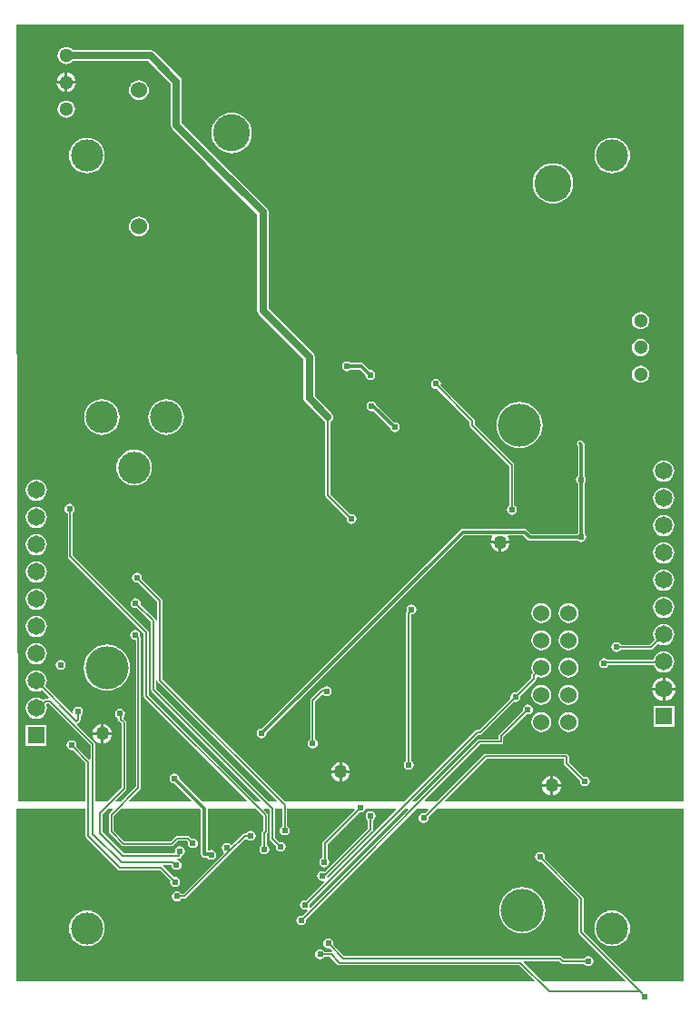
<source format=gbl>
G04*
G04 #@! TF.GenerationSoftware,Altium Limited,Altium Designer,19.1.7 (138)*
G04*
G04 Layer_Physical_Order=2*
G04 Layer_Color=16711680*
%FSLAX25Y25*%
%MOIN*%
G70*
G01*
G75*
%ADD10C,0.00787*%
%ADD81C,0.00600*%
%ADD82C,0.01181*%
%ADD84C,0.02756*%
%ADD85C,0.06000*%
%ADD86C,0.11811*%
%ADD87C,0.06024*%
%ADD88C,0.13583*%
%ADD89C,0.05118*%
%ADD90R,0.06496X0.06496*%
%ADD91C,0.06496*%
%ADD92C,0.15748*%
%ADD93C,0.02400*%
%ADD94C,0.01634*%
%ADD95C,0.05000*%
G36*
X122385Y-175000D02*
X104198D01*
X85818Y-156620D01*
Y-144400D01*
X85748Y-144049D01*
X85549Y-143751D01*
X71546Y-129748D01*
X71635Y-129300D01*
X71496Y-128598D01*
X71098Y-128002D01*
X70502Y-127604D01*
X69800Y-127465D01*
X69098Y-127604D01*
X68502Y-128002D01*
X68104Y-128598D01*
X67965Y-129300D01*
X68104Y-130002D01*
X68502Y-130598D01*
X69098Y-130996D01*
X69800Y-131135D01*
X70248Y-131046D01*
X83982Y-144780D01*
Y-157000D01*
X84052Y-157351D01*
X84251Y-157649D01*
X101140Y-174538D01*
X100949Y-175000D01*
X70798D01*
X63715Y-167918D01*
X63923Y-167418D01*
X76620D01*
X77351Y-168149D01*
X77649Y-168348D01*
X78000Y-168418D01*
X85948D01*
X86202Y-168798D01*
X86798Y-169196D01*
X87500Y-169335D01*
X88202Y-169196D01*
X88798Y-168798D01*
X89196Y-168202D01*
X89335Y-167500D01*
X89196Y-166798D01*
X88798Y-166202D01*
X88202Y-165804D01*
X87500Y-165665D01*
X86798Y-165804D01*
X86202Y-166202D01*
X85948Y-166582D01*
X78380D01*
X77649Y-165851D01*
X77351Y-165652D01*
X77000Y-165582D01*
X-2120D01*
X-6254Y-161448D01*
X-6165Y-161000D01*
X-6304Y-160298D01*
X-6702Y-159702D01*
X-7298Y-159304D01*
X-8000Y-159165D01*
X-8702Y-159304D01*
X-9298Y-159702D01*
X-9696Y-160298D01*
X-9835Y-161000D01*
X-9696Y-161702D01*
X-9298Y-162298D01*
X-8702Y-162696D01*
X-8000Y-162835D01*
X-7552Y-162746D01*
X-6657Y-163641D01*
X-6903Y-164102D01*
X-7000Y-164082D01*
X-9448D01*
X-9702Y-163702D01*
X-10298Y-163304D01*
X-11000Y-163165D01*
X-11702Y-163304D01*
X-12298Y-163702D01*
X-12696Y-164298D01*
X-12835Y-165000D01*
X-12696Y-165702D01*
X-12298Y-166298D01*
X-11702Y-166696D01*
X-11000Y-166835D01*
X-10298Y-166696D01*
X-9702Y-166298D01*
X-9448Y-165918D01*
X-7380D01*
X-4549Y-168749D01*
X-4251Y-168948D01*
X-3900Y-169018D01*
X62220D01*
X67740Y-174538D01*
X67549Y-175000D01*
X-122385D01*
Y-111500D01*
X-97018D01*
Y-121649D01*
X-96948Y-122000D01*
X-96749Y-122297D01*
X-85197Y-133849D01*
X-84900Y-134048D01*
X-84548Y-134118D01*
X-69778D01*
X-65948Y-137947D01*
X-66038Y-138396D01*
X-65898Y-139098D01*
X-65500Y-139693D01*
X-64905Y-140091D01*
X-64202Y-140231D01*
X-63500Y-140091D01*
X-62905Y-139693D01*
X-62507Y-139098D01*
X-62367Y-138396D01*
X-62507Y-137693D01*
X-62905Y-137098D01*
X-63500Y-136700D01*
X-64202Y-136560D01*
X-64651Y-136650D01*
X-68582Y-132718D01*
X-68375Y-132218D01*
X-65512D01*
X-65396Y-132802D01*
X-64998Y-133398D01*
X-64402Y-133796D01*
X-63700Y-133935D01*
X-62998Y-133796D01*
X-62402Y-133398D01*
X-62004Y-132802D01*
X-61865Y-132100D01*
X-62004Y-131398D01*
X-62402Y-130802D01*
X-62998Y-130404D01*
X-63434Y-130318D01*
X-63385Y-129818D01*
X-62852D01*
X-62500Y-129748D01*
X-62203Y-129549D01*
X-62196Y-129542D01*
X-61997Y-129244D01*
X-61933Y-128922D01*
X-61798Y-128896D01*
X-61202Y-128498D01*
X-60804Y-127902D01*
X-60665Y-127200D01*
X-60804Y-126498D01*
X-61202Y-125902D01*
X-61798Y-125504D01*
X-62500Y-125365D01*
X-63202Y-125504D01*
X-63798Y-125902D01*
X-64196Y-126498D01*
X-64335Y-127200D01*
X-64279Y-127482D01*
X-64689Y-127982D01*
X-83020D01*
X-90982Y-120020D01*
Y-113480D01*
X-89002Y-111500D01*
X-87251D01*
X-87060Y-111962D01*
X-88249Y-113151D01*
X-88448Y-113449D01*
X-88518Y-113800D01*
Y-119900D01*
X-88448Y-120251D01*
X-88249Y-120549D01*
X-83749Y-125049D01*
X-83451Y-125248D01*
X-83100Y-125318D01*
X-65400D01*
X-65049Y-125248D01*
X-64751Y-125049D01*
X-63020Y-123318D01*
X-59980D01*
X-59479Y-123819D01*
X-59535Y-124100D01*
X-59396Y-124802D01*
X-58998Y-125398D01*
X-58402Y-125796D01*
X-57700Y-125935D01*
X-56998Y-125796D01*
X-56402Y-125398D01*
X-56004Y-124802D01*
X-55865Y-124100D01*
X-56004Y-123398D01*
X-56402Y-122802D01*
X-56998Y-122404D01*
X-57700Y-122265D01*
X-58315Y-122387D01*
X-58951Y-121751D01*
X-59249Y-121552D01*
X-59600Y-121482D01*
X-63400D01*
X-63751Y-121552D01*
X-64049Y-121751D01*
X-65780Y-123482D01*
X-82720D01*
X-86682Y-119520D01*
Y-114180D01*
X-84002Y-111500D01*
X-55217D01*
X-54714Y-112003D01*
Y-128308D01*
X-54621Y-128773D01*
X-54358Y-129166D01*
X-53965Y-129430D01*
X-53500Y-129522D01*
X-52482D01*
X-52298Y-129798D01*
X-51702Y-130196D01*
X-51000Y-130335D01*
X-50298Y-130196D01*
X-49702Y-129798D01*
X-49304Y-129202D01*
X-49165Y-128500D01*
X-49304Y-127798D01*
X-49702Y-127202D01*
X-50298Y-126804D01*
X-51000Y-126665D01*
X-51702Y-126804D01*
X-51786Y-126860D01*
X-52286Y-126593D01*
Y-111500D01*
X-52286Y-111500D01*
X-34798D01*
X-31918Y-114380D01*
Y-119620D01*
X-32149Y-119851D01*
X-32348Y-120149D01*
X-32418Y-120500D01*
Y-124948D01*
X-32798Y-125202D01*
X-33196Y-125798D01*
X-33335Y-126500D01*
X-33196Y-127202D01*
X-32798Y-127798D01*
X-32202Y-128196D01*
X-31500Y-128335D01*
X-30798Y-128196D01*
X-30202Y-127798D01*
X-29804Y-127202D01*
X-29665Y-126500D01*
X-29804Y-125798D01*
X-30202Y-125202D01*
X-30582Y-124948D01*
Y-120880D01*
X-30351Y-120649D01*
X-30152Y-120351D01*
X-30082Y-120000D01*
Y-114000D01*
X-30152Y-113649D01*
X-30351Y-113351D01*
X-31740Y-111962D01*
X-31549Y-111500D01*
X-29798D01*
X-29418Y-111880D01*
Y-122500D01*
X-29348Y-122851D01*
X-29149Y-123149D01*
X-27246Y-125052D01*
X-27335Y-125500D01*
X-27196Y-126202D01*
X-26798Y-126798D01*
X-26202Y-127196D01*
X-25500Y-127335D01*
X-24798Y-127196D01*
X-24202Y-126798D01*
X-23804Y-126202D01*
X-23665Y-125500D01*
X-23804Y-124798D01*
X-24202Y-124202D01*
X-24798Y-123804D01*
X-25500Y-123665D01*
X-25948Y-123754D01*
X-27582Y-122120D01*
Y-111500D01*
X-24918D01*
Y-117948D01*
X-25298Y-118202D01*
X-25696Y-118798D01*
X-25835Y-119500D01*
X-25696Y-120202D01*
X-25298Y-120798D01*
X-24702Y-121196D01*
X-24000Y-121335D01*
X-23298Y-121196D01*
X-22702Y-120798D01*
X-22304Y-120202D01*
X-22165Y-119500D01*
X-22304Y-118798D01*
X-22702Y-118202D01*
X-23082Y-117948D01*
Y-111500D01*
X1460D01*
X1667Y-112000D01*
X-9916Y-123584D01*
X-10136Y-123912D01*
X-10213Y-124300D01*
Y-129612D01*
X-10798Y-130002D01*
X-11196Y-130598D01*
X-11335Y-131300D01*
X-11196Y-132002D01*
X-10798Y-132598D01*
X-10202Y-132996D01*
X-9500Y-133135D01*
X-8798Y-132996D01*
X-8202Y-132598D01*
X-7804Y-132002D01*
X-7665Y-131300D01*
X-7804Y-130598D01*
X-8187Y-130025D01*
Y-124720D01*
X3564Y-112969D01*
X3900Y-113035D01*
X4602Y-112896D01*
X5198Y-112498D01*
X5596Y-111902D01*
X5676Y-111500D01*
X16748D01*
X16940Y-111962D01*
X-7886Y-136788D01*
X-8393Y-136587D01*
X-8401Y-136299D01*
X8149Y-119749D01*
X8348Y-119451D01*
X8418Y-119100D01*
Y-115852D01*
X8798Y-115598D01*
X9196Y-115002D01*
X9335Y-114300D01*
X9196Y-113598D01*
X8798Y-113002D01*
X8202Y-112604D01*
X7500Y-112465D01*
X6798Y-112604D01*
X6202Y-113002D01*
X5804Y-113598D01*
X5665Y-114300D01*
X5804Y-115002D01*
X6202Y-115598D01*
X6582Y-115852D01*
Y-118720D01*
X-9420Y-134723D01*
X-9598Y-134604D01*
X-10300Y-134465D01*
X-11002Y-134604D01*
X-11598Y-135002D01*
X-11996Y-135598D01*
X-12135Y-136300D01*
X-11996Y-137002D01*
X-11598Y-137598D01*
X-11002Y-137996D01*
X-10300Y-138135D01*
X-9852Y-138046D01*
X-9605Y-138507D01*
X-16183Y-145085D01*
X-16632Y-144996D01*
X-17334Y-145135D01*
X-17929Y-145533D01*
X-18327Y-146129D01*
X-18467Y-146831D01*
X-18327Y-147533D01*
X-17929Y-148129D01*
X-17334Y-148526D01*
X-16632Y-148666D01*
X-15929Y-148526D01*
X-15617Y-148919D01*
X-17452Y-150754D01*
X-17900Y-150665D01*
X-18602Y-150804D01*
X-19198Y-151202D01*
X-19596Y-151798D01*
X-19735Y-152500D01*
X-19596Y-153202D01*
X-19198Y-153798D01*
X-18602Y-154196D01*
X-17900Y-154335D01*
X-17198Y-154196D01*
X-16602Y-153798D01*
X-16204Y-153202D01*
X-16065Y-152500D01*
X-16154Y-152052D01*
X24398Y-111500D01*
X28549D01*
X28740Y-111962D01*
X27448Y-113254D01*
X27000Y-113165D01*
X26298Y-113304D01*
X25702Y-113702D01*
X25304Y-114298D01*
X25165Y-115000D01*
X25304Y-115702D01*
X25702Y-116298D01*
X26298Y-116696D01*
X27000Y-116835D01*
X27702Y-116696D01*
X28298Y-116298D01*
X28696Y-115702D01*
X28835Y-115000D01*
X28746Y-114552D01*
X31798Y-111500D01*
X122385D01*
Y-175000D01*
D02*
G37*
G36*
X21340Y-111962D02*
X-14544Y-147846D01*
X-14936Y-147533D01*
X-14796Y-146831D01*
X-14886Y-146382D01*
X19997Y-111500D01*
X21149D01*
X21340Y-111962D01*
D02*
G37*
G36*
X122385Y-109000D02*
X34951D01*
X34760Y-108538D01*
X50080Y-93218D01*
X78582D01*
Y-94800D01*
X78652Y-95151D01*
X78851Y-95449D01*
X84454Y-101052D01*
X84365Y-101500D01*
X84504Y-102202D01*
X84902Y-102798D01*
X85498Y-103196D01*
X86200Y-103335D01*
X86902Y-103196D01*
X87498Y-102798D01*
X87896Y-102202D01*
X88035Y-101500D01*
X87896Y-100798D01*
X87498Y-100202D01*
X86902Y-99804D01*
X86200Y-99665D01*
X85752Y-99754D01*
X80418Y-94420D01*
Y-92651D01*
X80348Y-92300D01*
X80149Y-92003D01*
X79797Y-91651D01*
X79500Y-91452D01*
X79149Y-91382D01*
X49700D01*
X49349Y-91452D01*
X49051Y-91651D01*
X31702Y-109000D01*
X27551D01*
X27360Y-108538D01*
X47980Y-87918D01*
X55400D01*
X55751Y-87848D01*
X56049Y-87649D01*
X56248Y-87351D01*
X56318Y-87000D01*
Y-85280D01*
X57850Y-83748D01*
X57851Y-83748D01*
X58149Y-83549D01*
X64852Y-76846D01*
X65300Y-76935D01*
X66002Y-76796D01*
X66598Y-76398D01*
X66996Y-75802D01*
X67135Y-75100D01*
X66996Y-74398D01*
X66598Y-73802D01*
X66002Y-73404D01*
X65300Y-73265D01*
X64598Y-73404D01*
X64002Y-73802D01*
X63604Y-74398D01*
X63465Y-75100D01*
X63554Y-75548D01*
X57050Y-82052D01*
X57049Y-82052D01*
X56751Y-82251D01*
X54751Y-84251D01*
X54552Y-84549D01*
X54482Y-84900D01*
Y-86082D01*
X47600D01*
X47249Y-86152D01*
X46951Y-86351D01*
X24302Y-109000D01*
X23150D01*
X22959Y-108538D01*
X47079Y-84418D01*
X47800D01*
X48151Y-84348D01*
X48449Y-84149D01*
X60252Y-72346D01*
X60700Y-72435D01*
X61402Y-72296D01*
X61998Y-71898D01*
X62396Y-71302D01*
X62535Y-70600D01*
X62446Y-70152D01*
X68091Y-64507D01*
X68290Y-64209D01*
X68360Y-63858D01*
Y-63476D01*
X68860Y-63142D01*
X69260Y-63307D01*
X70200Y-63431D01*
X71140Y-63307D01*
X72016Y-62945D01*
X72768Y-62368D01*
X73345Y-61616D01*
X73707Y-60740D01*
X73831Y-59800D01*
X73707Y-58860D01*
X73345Y-57985D01*
X72768Y-57232D01*
X72016Y-56655D01*
X71140Y-56293D01*
X70200Y-56169D01*
X69260Y-56293D01*
X68384Y-56655D01*
X67632Y-57232D01*
X67055Y-57985D01*
X66693Y-58860D01*
X66569Y-59800D01*
X66693Y-60740D01*
X67055Y-61616D01*
X67069Y-61633D01*
X66793Y-61909D01*
X66594Y-62207D01*
X66525Y-62558D01*
Y-63478D01*
X61148Y-68854D01*
X60700Y-68765D01*
X59998Y-68904D01*
X59402Y-69302D01*
X59004Y-69898D01*
X58865Y-70600D01*
X58954Y-71048D01*
X47420Y-82582D01*
X46699D01*
X46348Y-82652D01*
X46051Y-82851D01*
X19902Y-109000D01*
X-23902D01*
X-68882Y-64020D01*
Y-35300D01*
X-68952Y-34949D01*
X-69151Y-34651D01*
X-76554Y-27248D01*
X-76465Y-26800D01*
X-76604Y-26098D01*
X-77002Y-25502D01*
X-77598Y-25104D01*
X-78300Y-24965D01*
X-79002Y-25104D01*
X-79598Y-25502D01*
X-79996Y-26098D01*
X-80135Y-26800D01*
X-79996Y-27502D01*
X-79598Y-28098D01*
X-79002Y-28496D01*
X-78300Y-28635D01*
X-77852Y-28546D01*
X-70718Y-35680D01*
Y-42474D01*
X-71218Y-42523D01*
X-71252Y-42349D01*
X-71451Y-42051D01*
X-76954Y-36548D01*
X-76865Y-36100D01*
X-77004Y-35398D01*
X-77402Y-34802D01*
X-77998Y-34404D01*
X-78700Y-34265D01*
X-79402Y-34404D01*
X-79998Y-34802D01*
X-80396Y-35398D01*
X-80535Y-36100D01*
X-80396Y-36802D01*
X-79998Y-37398D01*
X-79402Y-37796D01*
X-78700Y-37935D01*
X-78252Y-37846D01*
X-73018Y-43080D01*
Y-67900D01*
X-72948Y-68251D01*
X-72749Y-68549D01*
X-32760Y-108538D01*
X-32951Y-109000D01*
X-34702D01*
X-73882Y-69820D01*
Y-46800D01*
X-73952Y-46449D01*
X-74151Y-46151D01*
X-101834Y-18468D01*
Y-2886D01*
X-101702Y-2798D01*
X-101304Y-2202D01*
X-101165Y-1500D01*
X-101304Y-798D01*
X-101702Y-202D01*
X-102298Y196D01*
X-103000Y335D01*
X-103702Y196D01*
X-104298Y-202D01*
X-104696Y-798D01*
X-104835Y-1500D01*
X-104696Y-2202D01*
X-104298Y-2798D01*
X-103702Y-3196D01*
X-103669Y-3202D01*
Y-18848D01*
X-103599Y-19200D01*
X-103400Y-19497D01*
X-75718Y-47180D01*
Y-70200D01*
X-75648Y-70551D01*
X-75449Y-70849D01*
X-37760Y-108538D01*
X-37951Y-109000D01*
X-54283D01*
X-62684Y-100599D01*
X-62665Y-100500D01*
X-62804Y-99798D01*
X-63202Y-99202D01*
X-63798Y-98804D01*
X-64500Y-98665D01*
X-65202Y-98804D01*
X-65798Y-99202D01*
X-66196Y-99798D01*
X-66335Y-100500D01*
X-66196Y-101202D01*
X-65798Y-101798D01*
X-65202Y-102196D01*
X-64500Y-102335D01*
X-64401Y-102316D01*
X-58179Y-108538D01*
X-58370Y-109000D01*
X-80849D01*
X-81040Y-108538D01*
X-77051Y-104549D01*
X-76852Y-104251D01*
X-76782Y-103900D01*
Y-49000D01*
X-76852Y-48649D01*
X-77051Y-48351D01*
X-77154Y-48248D01*
X-77065Y-47800D01*
X-77204Y-47098D01*
X-77602Y-46502D01*
X-78198Y-46104D01*
X-78900Y-45965D01*
X-79602Y-46104D01*
X-80198Y-46502D01*
X-80596Y-47098D01*
X-80735Y-47800D01*
X-80596Y-48502D01*
X-80198Y-49098D01*
X-79602Y-49496D01*
X-78900Y-49635D01*
X-78618Y-49867D01*
Y-103520D01*
X-84098Y-109000D01*
X-85849D01*
X-86040Y-108538D01*
X-82351Y-104849D01*
X-82152Y-104551D01*
X-82082Y-104200D01*
Y-80000D01*
X-82152Y-79649D01*
X-82351Y-79351D01*
X-83197Y-78505D01*
X-83202Y-77998D01*
X-82804Y-77402D01*
X-82665Y-76700D01*
X-82804Y-75998D01*
X-83202Y-75402D01*
X-83798Y-75004D01*
X-84500Y-74865D01*
X-85202Y-75004D01*
X-85798Y-75402D01*
X-86196Y-75998D01*
X-86335Y-76700D01*
X-86196Y-77402D01*
X-85798Y-77998D01*
X-85202Y-78396D01*
X-85118Y-78412D01*
Y-78800D01*
X-85048Y-79151D01*
X-84849Y-79449D01*
X-83918Y-80380D01*
Y-103820D01*
X-89098Y-109000D01*
X-93482D01*
Y-87900D01*
X-93552Y-87549D01*
X-93751Y-87251D01*
X-100229Y-80774D01*
X-100173Y-80405D01*
X-100088Y-80207D01*
X-99851Y-80049D01*
X-99251Y-79449D01*
X-99052Y-79151D01*
X-98982Y-78800D01*
Y-77552D01*
X-98602Y-77298D01*
X-98204Y-76702D01*
X-98065Y-76000D01*
X-98204Y-75298D01*
X-98602Y-74702D01*
X-99198Y-74304D01*
X-99900Y-74165D01*
X-100602Y-74304D01*
X-101198Y-74702D01*
X-101596Y-75298D01*
X-101735Y-76000D01*
X-101696Y-76200D01*
X-102156Y-76446D01*
X-111892Y-66710D01*
X-111839Y-66641D01*
X-111451Y-65705D01*
X-111319Y-64700D01*
X-111451Y-63696D01*
X-111839Y-62759D01*
X-112456Y-61956D01*
X-113259Y-61339D01*
X-114196Y-60951D01*
X-115200Y-60819D01*
X-116205Y-60951D01*
X-117141Y-61339D01*
X-117944Y-61956D01*
X-118561Y-62759D01*
X-118949Y-63696D01*
X-119081Y-64700D01*
X-118949Y-65705D01*
X-118561Y-66641D01*
X-117944Y-67444D01*
X-117141Y-68061D01*
X-116205Y-68449D01*
X-115200Y-68581D01*
X-114196Y-68449D01*
X-113259Y-68061D01*
X-113190Y-68008D01*
X-110515Y-70682D01*
X-110722Y-71182D01*
X-111934D01*
X-112285Y-71252D01*
X-112583Y-71451D01*
X-112813Y-71681D01*
X-113259Y-71339D01*
X-114196Y-70951D01*
X-115200Y-70819D01*
X-116205Y-70951D01*
X-117141Y-71339D01*
X-117944Y-71956D01*
X-118561Y-72759D01*
X-118949Y-73695D01*
X-119081Y-74700D01*
X-118949Y-75704D01*
X-118561Y-76641D01*
X-117944Y-77444D01*
X-117141Y-78061D01*
X-116205Y-78449D01*
X-115200Y-78581D01*
X-114196Y-78449D01*
X-113259Y-78061D01*
X-112456Y-77444D01*
X-111839Y-76641D01*
X-111451Y-75704D01*
X-111319Y-74700D01*
X-111451Y-73695D01*
X-111525Y-73518D01*
X-111191Y-73018D01*
X-110580D01*
X-95318Y-88280D01*
Y-93177D01*
X-95818Y-93385D01*
X-100454Y-88748D01*
X-100365Y-88300D01*
X-100504Y-87598D01*
X-100902Y-87002D01*
X-101498Y-86604D01*
X-102200Y-86465D01*
X-102902Y-86604D01*
X-103498Y-87002D01*
X-103896Y-87598D01*
X-104035Y-88300D01*
X-103896Y-89002D01*
X-103498Y-89598D01*
X-102902Y-89996D01*
X-102200Y-90135D01*
X-101752Y-90046D01*
X-97018Y-94780D01*
Y-109000D01*
X-122000D01*
X-122385Y110336D01*
Y176200D01*
X122385D01*
Y-109000D01*
D02*
G37*
G36*
X-70648Y-64751D02*
X-70449Y-65049D01*
X-26960Y-108538D01*
X-27151Y-109000D01*
X-29702D01*
X-71182Y-67520D01*
Y-64626D01*
X-70682Y-64577D01*
X-70648Y-64751D01*
D02*
G37*
%LPC*%
G36*
X-36500Y-119665D02*
X-37202Y-119804D01*
X-37798Y-120202D01*
X-38052Y-120582D01*
X-38600D01*
X-38951Y-120652D01*
X-39249Y-120851D01*
X-43362Y-124964D01*
X-43860Y-124916D01*
X-44002Y-124702D01*
X-44598Y-124304D01*
X-45300Y-124165D01*
X-46002Y-124304D01*
X-46598Y-124702D01*
X-46996Y-125298D01*
X-47135Y-126000D01*
X-46996Y-126702D01*
X-46598Y-127298D01*
X-46385Y-127440D01*
X-46336Y-127938D01*
X-61180Y-142782D01*
X-62048D01*
X-62302Y-142402D01*
X-62898Y-142004D01*
X-63600Y-141865D01*
X-64302Y-142004D01*
X-64898Y-142402D01*
X-65296Y-142998D01*
X-65435Y-143700D01*
X-65296Y-144402D01*
X-64898Y-144998D01*
X-64302Y-145396D01*
X-63600Y-145535D01*
X-62898Y-145396D01*
X-62302Y-144998D01*
X-62048Y-144618D01*
X-60800D01*
X-60449Y-144548D01*
X-60151Y-144349D01*
X-43701Y-127899D01*
X-38472Y-122670D01*
X-37847Y-122724D01*
X-37798Y-122798D01*
X-37202Y-123196D01*
X-36500Y-123335D01*
X-35798Y-123196D01*
X-35202Y-122798D01*
X-34804Y-122202D01*
X-34665Y-121500D01*
X-34804Y-120798D01*
X-35202Y-120202D01*
X-35798Y-119804D01*
X-36500Y-119665D01*
D02*
G37*
G36*
X63200Y-140285D02*
X61539Y-140449D01*
X59941Y-140933D01*
X58469Y-141720D01*
X57179Y-142779D01*
X56120Y-144069D01*
X55333Y-145542D01*
X54849Y-147139D01*
X54685Y-148800D01*
X54849Y-150461D01*
X55333Y-152058D01*
X56120Y-153531D01*
X57179Y-154821D01*
X58469Y-155880D01*
X59941Y-156667D01*
X61539Y-157151D01*
X63200Y-157315D01*
X64861Y-157151D01*
X66459Y-156667D01*
X67931Y-155880D01*
X69221Y-154821D01*
X70280Y-153531D01*
X71067Y-152058D01*
X71551Y-150461D01*
X71715Y-148800D01*
X71551Y-147139D01*
X71067Y-145542D01*
X70280Y-144069D01*
X69221Y-142779D01*
X67931Y-141720D01*
X66459Y-140933D01*
X64861Y-140449D01*
X63200Y-140285D01*
D02*
G37*
G36*
X96268Y-148913D02*
X94992Y-149038D01*
X93766Y-149410D01*
X92636Y-150014D01*
X91645Y-150827D01*
X90832Y-151818D01*
X90228Y-152948D01*
X89856Y-154174D01*
X89731Y-155450D01*
X89856Y-156725D01*
X90228Y-157951D01*
X90832Y-159081D01*
X91645Y-160072D01*
X92636Y-160885D01*
X93766Y-161489D01*
X94992Y-161861D01*
X96268Y-161987D01*
X97543Y-161861D01*
X98769Y-161489D01*
X99900Y-160885D01*
X100890Y-160072D01*
X101703Y-159081D01*
X102307Y-157951D01*
X102679Y-156725D01*
X102805Y-155450D01*
X102679Y-154174D01*
X102307Y-152948D01*
X101703Y-151818D01*
X100890Y-150827D01*
X99900Y-150014D01*
X98769Y-149410D01*
X97543Y-149038D01*
X96268Y-148913D01*
D02*
G37*
G36*
X-96606D02*
X-97882Y-149038D01*
X-99108Y-149410D01*
X-100238Y-150014D01*
X-101229Y-150827D01*
X-102042Y-151818D01*
X-102646Y-152948D01*
X-103018Y-154174D01*
X-103143Y-155450D01*
X-103018Y-156725D01*
X-102646Y-157951D01*
X-102042Y-159081D01*
X-101229Y-160072D01*
X-100238Y-160885D01*
X-99108Y-161489D01*
X-97882Y-161861D01*
X-96606Y-161987D01*
X-95331Y-161861D01*
X-94105Y-161489D01*
X-92975Y-160885D01*
X-91984Y-160072D01*
X-91171Y-159081D01*
X-90567Y-157951D01*
X-90195Y-156725D01*
X-90069Y-155450D01*
X-90195Y-154174D01*
X-90567Y-152948D01*
X-91171Y-151818D01*
X-91984Y-150827D01*
X-92975Y-150014D01*
X-94105Y-149410D01*
X-95331Y-149038D01*
X-96606Y-148913D01*
D02*
G37*
G36*
X-103679Y158424D02*
Y155400D01*
X-100655D01*
X-100711Y155829D01*
X-101070Y156695D01*
X-101640Y157438D01*
X-102384Y158009D01*
X-103250Y158368D01*
X-103679Y158424D01*
D02*
G37*
G36*
X-104679D02*
X-105108Y158368D01*
X-105974Y158009D01*
X-106717Y157438D01*
X-107288Y156695D01*
X-107646Y155829D01*
X-107703Y155400D01*
X-104679D01*
Y158424D01*
D02*
G37*
G36*
X-100655Y154400D02*
X-103679D01*
Y151376D01*
X-103250Y151433D01*
X-102384Y151791D01*
X-101640Y152362D01*
X-101070Y153105D01*
X-100711Y153971D01*
X-100655Y154400D01*
D02*
G37*
G36*
X-104679D02*
X-107703D01*
X-107646Y153971D01*
X-107288Y153105D01*
X-106717Y152362D01*
X-105974Y151791D01*
X-105108Y151433D01*
X-104679Y151376D01*
Y154400D01*
D02*
G37*
G36*
X-77512Y155743D02*
X-78455Y155619D01*
X-79333Y155255D01*
X-80088Y154676D01*
X-80667Y153921D01*
X-81031Y153043D01*
X-81155Y152100D01*
X-81031Y151157D01*
X-80667Y150279D01*
X-80088Y149524D01*
X-79333Y148945D01*
X-78455Y148581D01*
X-77512Y148457D01*
X-76569Y148581D01*
X-75690Y148945D01*
X-74936Y149524D01*
X-74357Y150279D01*
X-73993Y151157D01*
X-73869Y152100D01*
X-73993Y153043D01*
X-74357Y153921D01*
X-74936Y154676D01*
X-75690Y155255D01*
X-76569Y155619D01*
X-77512Y155743D01*
D02*
G37*
G36*
X-104179Y148244D02*
X-105003Y148135D01*
X-105772Y147817D01*
X-106432Y147311D01*
X-106938Y146651D01*
X-107256Y145882D01*
X-107365Y145057D01*
X-107256Y144233D01*
X-106938Y143464D01*
X-106432Y142804D01*
X-105772Y142298D01*
X-105003Y141980D01*
X-104179Y141871D01*
X-103354Y141980D01*
X-102586Y142298D01*
X-101926Y142804D01*
X-101419Y143464D01*
X-101101Y144233D01*
X-100992Y145057D01*
X-101101Y145882D01*
X-101419Y146651D01*
X-101926Y147311D01*
X-102586Y147817D01*
X-103354Y148135D01*
X-104179Y148244D01*
D02*
G37*
G36*
X-43496Y143779D02*
X-44945Y143636D01*
X-46338Y143214D01*
X-47622Y142527D01*
X-48748Y141604D01*
X-49672Y140478D01*
X-50358Y139194D01*
X-50780Y137801D01*
X-50923Y136352D01*
X-50780Y134903D01*
X-50358Y133510D01*
X-49672Y132226D01*
X-48748Y131100D01*
X-47622Y130177D01*
X-46338Y129490D01*
X-44945Y129068D01*
X-43496Y128925D01*
X-42047Y129068D01*
X-40654Y129490D01*
X-39370Y130177D01*
X-38244Y131100D01*
X-37321Y132226D01*
X-36634Y133510D01*
X-36212Y134903D01*
X-36069Y136352D01*
X-36212Y137801D01*
X-36634Y139194D01*
X-37321Y140478D01*
X-38244Y141604D01*
X-39370Y142527D01*
X-40654Y143214D01*
X-42047Y143636D01*
X-43496Y143779D01*
D02*
G37*
G36*
X96268Y134587D02*
X94992Y134462D01*
X93766Y134090D01*
X92636Y133486D01*
X91645Y132673D01*
X90832Y131682D01*
X90228Y130552D01*
X89856Y129326D01*
X89731Y128050D01*
X89856Y126775D01*
X90228Y125549D01*
X90832Y124419D01*
X91645Y123428D01*
X92636Y122615D01*
X93766Y122011D01*
X94992Y121639D01*
X96268Y121513D01*
X97543Y121639D01*
X98769Y122011D01*
X99900Y122615D01*
X100890Y123428D01*
X101703Y124419D01*
X102307Y125549D01*
X102679Y126775D01*
X102805Y128050D01*
X102679Y129326D01*
X102307Y130552D01*
X101703Y131682D01*
X100890Y132673D01*
X99900Y133486D01*
X98769Y134090D01*
X97543Y134462D01*
X96268Y134587D01*
D02*
G37*
G36*
X-96606D02*
X-97882Y134462D01*
X-99108Y134090D01*
X-100238Y133486D01*
X-101229Y132673D01*
X-102042Y131682D01*
X-102646Y130552D01*
X-103018Y129326D01*
X-103143Y128050D01*
X-103018Y126775D01*
X-102646Y125549D01*
X-102042Y124419D01*
X-101229Y123428D01*
X-100238Y122615D01*
X-99108Y122011D01*
X-97882Y121639D01*
X-96606Y121513D01*
X-95331Y121639D01*
X-94105Y122011D01*
X-92975Y122615D01*
X-91984Y123428D01*
X-91171Y124419D01*
X-90567Y125549D01*
X-90195Y126775D01*
X-90069Y128050D01*
X-90195Y129326D01*
X-90567Y130552D01*
X-91171Y131682D01*
X-91984Y132673D01*
X-92975Y133486D01*
X-94105Y134090D01*
X-95331Y134462D01*
X-96606Y134587D01*
D02*
G37*
G36*
X74496Y125275D02*
X73047Y125132D01*
X71654Y124710D01*
X70370Y124023D01*
X69244Y123100D01*
X68321Y121974D01*
X67634Y120690D01*
X67212Y119297D01*
X67069Y117848D01*
X67212Y116399D01*
X67634Y115006D01*
X68321Y113722D01*
X69244Y112596D01*
X70370Y111673D01*
X71654Y110986D01*
X73047Y110564D01*
X74496Y110421D01*
X75945Y110564D01*
X77338Y110986D01*
X78622Y111673D01*
X79748Y112596D01*
X80672Y113722D01*
X81358Y115006D01*
X81780Y116399D01*
X81923Y117848D01*
X81780Y119297D01*
X81358Y120690D01*
X80672Y121974D01*
X79748Y123100D01*
X78622Y124023D01*
X77338Y124710D01*
X75945Y125132D01*
X74496Y125275D01*
D02*
G37*
G36*
X-77512Y105743D02*
X-78455Y105619D01*
X-79333Y105255D01*
X-80088Y104676D01*
X-80667Y103921D01*
X-81031Y103043D01*
X-81155Y102100D01*
X-81031Y101157D01*
X-80667Y100279D01*
X-80088Y99524D01*
X-79333Y98945D01*
X-78455Y98581D01*
X-77512Y98457D01*
X-76569Y98581D01*
X-75690Y98945D01*
X-74936Y99524D01*
X-74357Y100279D01*
X-73993Y101157D01*
X-73869Y102100D01*
X-73993Y103043D01*
X-74357Y103921D01*
X-74936Y104676D01*
X-75690Y105255D01*
X-76569Y105619D01*
X-77512Y105743D01*
D02*
G37*
G36*
X106699Y70695D02*
X105875Y70586D01*
X105106Y70268D01*
X104446Y69762D01*
X103940Y69102D01*
X103621Y68333D01*
X103513Y67509D01*
X103621Y66684D01*
X103940Y65916D01*
X104446Y65256D01*
X105106Y64749D01*
X105875Y64431D01*
X106699Y64322D01*
X107524Y64431D01*
X108292Y64749D01*
X108952Y65256D01*
X109459Y65916D01*
X109777Y66684D01*
X109886Y67509D01*
X109777Y68333D01*
X109459Y69102D01*
X108952Y69762D01*
X108292Y70268D01*
X107524Y70586D01*
X106699Y70695D01*
D02*
G37*
G36*
Y60852D02*
X105875Y60744D01*
X105106Y60426D01*
X104446Y59919D01*
X103940Y59259D01*
X103621Y58491D01*
X103513Y57666D01*
X103621Y56841D01*
X103940Y56073D01*
X104446Y55413D01*
X105106Y54907D01*
X105875Y54588D01*
X106699Y54480D01*
X107524Y54588D01*
X108292Y54907D01*
X108952Y55413D01*
X109459Y56073D01*
X109777Y56841D01*
X109886Y57666D01*
X109777Y58491D01*
X109459Y59259D01*
X108952Y59919D01*
X108292Y60426D01*
X107524Y60744D01*
X106699Y60852D01*
D02*
G37*
G36*
X-1100Y52584D02*
X-1802Y52444D01*
X-2398Y52046D01*
X-2796Y51451D01*
X-2935Y50748D01*
X-2796Y50046D01*
X-2398Y49451D01*
X-1802Y49053D01*
X-1100Y48913D01*
X-398Y49053D01*
X198Y49451D01*
X254Y49535D01*
X3749D01*
X5584Y47699D01*
X5565Y47600D01*
X5704Y46898D01*
X6102Y46302D01*
X6698Y45904D01*
X7400Y45765D01*
X8102Y45904D01*
X8698Y46302D01*
X9096Y46898D01*
X9235Y47600D01*
X9096Y48302D01*
X8698Y48898D01*
X8102Y49296D01*
X7400Y49435D01*
X7301Y49416D01*
X5110Y51607D01*
X4716Y51870D01*
X4251Y51962D01*
X4251Y51962D01*
X254D01*
X198Y52046D01*
X-398Y52444D01*
X-1100Y52584D01*
D02*
G37*
G36*
X106699Y51010D02*
X105875Y50901D01*
X105106Y50583D01*
X104446Y50077D01*
X103940Y49417D01*
X103621Y48648D01*
X103513Y47824D01*
X103621Y46999D01*
X103940Y46231D01*
X104446Y45571D01*
X105106Y45064D01*
X105875Y44746D01*
X106699Y44637D01*
X107524Y44746D01*
X108292Y45064D01*
X108952Y45571D01*
X109459Y46231D01*
X109777Y46999D01*
X109886Y47824D01*
X109777Y48648D01*
X109459Y49417D01*
X108952Y50077D01*
X108292Y50583D01*
X107524Y50901D01*
X106699Y51010D01*
D02*
G37*
G36*
X7900Y37935D02*
X7198Y37796D01*
X6602Y37398D01*
X6204Y36802D01*
X6065Y36100D01*
X6204Y35398D01*
X6602Y34802D01*
X7198Y34404D01*
X7900Y34265D01*
X8602Y34404D01*
X8606Y34407D01*
X14584Y28429D01*
X14565Y28330D01*
X14704Y27628D01*
X15102Y27033D01*
X15698Y26635D01*
X16400Y26495D01*
X17102Y26635D01*
X17698Y27033D01*
X18096Y27628D01*
X18235Y28330D01*
X18096Y29032D01*
X17698Y29628D01*
X17102Y30026D01*
X16400Y30165D01*
X16301Y30146D01*
X9497Y36950D01*
X9198Y37398D01*
X8602Y37796D01*
X7900Y37935D01*
D02*
G37*
G36*
X-67478Y38637D02*
X-68753Y38511D01*
X-69980Y38139D01*
X-71110Y37535D01*
X-72100Y36722D01*
X-72913Y35732D01*
X-73517Y34602D01*
X-73889Y33375D01*
X-74015Y32100D01*
X-73889Y30825D01*
X-73517Y29598D01*
X-72913Y28468D01*
X-72100Y27478D01*
X-71110Y26665D01*
X-69980Y26061D01*
X-68753Y25689D01*
X-67478Y25563D01*
X-66203Y25689D01*
X-64976Y26061D01*
X-63846Y26665D01*
X-62856Y27478D01*
X-62043Y28468D01*
X-61439Y29598D01*
X-61067Y30825D01*
X-60941Y32100D01*
X-61067Y33375D01*
X-61439Y34602D01*
X-62043Y35732D01*
X-62856Y36722D01*
X-63846Y37535D01*
X-64976Y38139D01*
X-66203Y38511D01*
X-67478Y38637D01*
D02*
G37*
G36*
X-91100D02*
X-92375Y38511D01*
X-93602Y38139D01*
X-94732Y37535D01*
X-95722Y36722D01*
X-96535Y35732D01*
X-97139Y34602D01*
X-97511Y33375D01*
X-97637Y32100D01*
X-97511Y30825D01*
X-97139Y29598D01*
X-96535Y28468D01*
X-95722Y27478D01*
X-94732Y26665D01*
X-93602Y26061D01*
X-92375Y25689D01*
X-91100Y25563D01*
X-89825Y25689D01*
X-88598Y26061D01*
X-87468Y26665D01*
X-86478Y27478D01*
X-85665Y28468D01*
X-85061Y29598D01*
X-84689Y30825D01*
X-84563Y32100D01*
X-84689Y33375D01*
X-85061Y34602D01*
X-85665Y35732D01*
X-86478Y36722D01*
X-87468Y37535D01*
X-88598Y38139D01*
X-89825Y38511D01*
X-91100Y38637D01*
D02*
G37*
G36*
X62200Y37715D02*
X60539Y37551D01*
X58941Y37067D01*
X57469Y36280D01*
X56179Y35221D01*
X55120Y33931D01*
X54333Y32459D01*
X53849Y30861D01*
X53685Y29200D01*
X53849Y27539D01*
X54333Y25941D01*
X55120Y24469D01*
X56179Y23179D01*
X57469Y22120D01*
X58941Y21333D01*
X60539Y20849D01*
X62200Y20685D01*
X63861Y20849D01*
X65459Y21333D01*
X66931Y22120D01*
X68221Y23179D01*
X69280Y24469D01*
X70067Y25941D01*
X70551Y27539D01*
X70715Y29200D01*
X70551Y30861D01*
X70067Y32459D01*
X69280Y33931D01*
X68221Y35221D01*
X66931Y36280D01*
X65459Y37067D01*
X63861Y37551D01*
X62200Y37715D01*
D02*
G37*
G36*
X115200Y16181D02*
X114196Y16049D01*
X113259Y15661D01*
X112456Y15044D01*
X111839Y14241D01*
X111451Y13305D01*
X111319Y12300D01*
X111451Y11295D01*
X111839Y10359D01*
X112456Y9556D01*
X113259Y8939D01*
X114196Y8551D01*
X115200Y8419D01*
X116205Y8551D01*
X117141Y8939D01*
X117944Y9556D01*
X118561Y10359D01*
X118949Y11295D01*
X119081Y12300D01*
X118949Y13305D01*
X118561Y14241D01*
X117944Y15044D01*
X117141Y15661D01*
X116205Y16049D01*
X115200Y16181D01*
D02*
G37*
G36*
X-79289Y20133D02*
X-80564Y20008D01*
X-81791Y19636D01*
X-82921Y19031D01*
X-83911Y18218D01*
X-84724Y17228D01*
X-85328Y16098D01*
X-85700Y14872D01*
X-85826Y13596D01*
X-85700Y12321D01*
X-85328Y11095D01*
X-84724Y9964D01*
X-83911Y8974D01*
X-82921Y8161D01*
X-81791Y7557D01*
X-80564Y7185D01*
X-79289Y7059D01*
X-78014Y7185D01*
X-76787Y7557D01*
X-75657Y8161D01*
X-74667Y8974D01*
X-73854Y9964D01*
X-73250Y11095D01*
X-72878Y12321D01*
X-72752Y13596D01*
X-72878Y14872D01*
X-73250Y16098D01*
X-73854Y17228D01*
X-74667Y18218D01*
X-75657Y19031D01*
X-76787Y19636D01*
X-78014Y20008D01*
X-79289Y20133D01*
D02*
G37*
G36*
X-115200Y9181D02*
X-116205Y9049D01*
X-117141Y8661D01*
X-117944Y8044D01*
X-118561Y7241D01*
X-118949Y6305D01*
X-119081Y5300D01*
X-118949Y4295D01*
X-118561Y3359D01*
X-117944Y2556D01*
X-117141Y1939D01*
X-116205Y1551D01*
X-115200Y1419D01*
X-114196Y1551D01*
X-113259Y1939D01*
X-112456Y2556D01*
X-111839Y3359D01*
X-111451Y4295D01*
X-111319Y5300D01*
X-111451Y6305D01*
X-111839Y7241D01*
X-112456Y8044D01*
X-113259Y8661D01*
X-114196Y9049D01*
X-115200Y9181D01*
D02*
G37*
G36*
X115200Y6181D02*
X114196Y6049D01*
X113259Y5661D01*
X112456Y5044D01*
X111839Y4241D01*
X111451Y3305D01*
X111319Y2300D01*
X111451Y1295D01*
X111839Y359D01*
X112456Y-444D01*
X113259Y-1061D01*
X114196Y-1449D01*
X115200Y-1581D01*
X116205Y-1449D01*
X117141Y-1061D01*
X117944Y-444D01*
X118561Y359D01*
X118949Y1295D01*
X119081Y2300D01*
X118949Y3305D01*
X118561Y4241D01*
X117944Y5044D01*
X117141Y5661D01*
X116205Y6049D01*
X115200Y6181D01*
D02*
G37*
G36*
X31500Y46135D02*
X30798Y45996D01*
X30202Y45598D01*
X29804Y45002D01*
X29665Y44300D01*
X29804Y43598D01*
X30202Y43002D01*
X30798Y42604D01*
X31500Y42465D01*
X31948Y42554D01*
X43982Y30520D01*
Y29100D01*
X44052Y28749D01*
X44251Y28451D01*
X58482Y14220D01*
Y-448D01*
X58102Y-702D01*
X57704Y-1298D01*
X57565Y-2000D01*
X57704Y-2702D01*
X58102Y-3298D01*
X58698Y-3696D01*
X59400Y-3835D01*
X60102Y-3696D01*
X60698Y-3298D01*
X61096Y-2702D01*
X61235Y-2000D01*
X61096Y-1298D01*
X60698Y-702D01*
X60318Y-448D01*
Y14600D01*
X60248Y14951D01*
X60049Y15249D01*
X45818Y29480D01*
Y30900D01*
X45748Y31251D01*
X45549Y31549D01*
X33246Y43852D01*
X33335Y44300D01*
X33196Y45002D01*
X32798Y45598D01*
X32202Y45996D01*
X31500Y46135D01*
D02*
G37*
G36*
X-104179Y167929D02*
X-105003Y167820D01*
X-105772Y167502D01*
X-106432Y166996D01*
X-106938Y166336D01*
X-107256Y165567D01*
X-107365Y164743D01*
X-107256Y163918D01*
X-106938Y163149D01*
X-106432Y162489D01*
X-105772Y161983D01*
X-105003Y161665D01*
X-104179Y161556D01*
X-103354Y161665D01*
X-102586Y161983D01*
X-101926Y162489D01*
X-101744Y162726D01*
X-74078D01*
X-65717Y154365D01*
Y139100D01*
X-65563Y138328D01*
X-65126Y137674D01*
X-64127Y136675D01*
X-63926Y136374D01*
X-52826Y125274D01*
X-34017Y106465D01*
Y71200D01*
X-33863Y70428D01*
X-33426Y69774D01*
X-17017Y53365D01*
Y39000D01*
X-16863Y38228D01*
X-16426Y37574D01*
X-9526Y30674D01*
X-9018Y30334D01*
Y3400D01*
X-8948Y3049D01*
X-8749Y2751D01*
X-1146Y-4852D01*
X-1235Y-5300D01*
X-1096Y-6002D01*
X-698Y-6598D01*
X-102Y-6996D01*
X600Y-7135D01*
X1302Y-6996D01*
X1898Y-6598D01*
X2296Y-6002D01*
X2435Y-5300D01*
X2296Y-4598D01*
X1898Y-4002D01*
X1302Y-3604D01*
X600Y-3465D01*
X152Y-3554D01*
X-7182Y3780D01*
Y30334D01*
X-6674Y30674D01*
X-6237Y31328D01*
X-6083Y32100D01*
X-6237Y32872D01*
X-6674Y33526D01*
X-12983Y39835D01*
Y54200D01*
X-13137Y54972D01*
X-13574Y55626D01*
X-29983Y72035D01*
Y107300D01*
X-30137Y108072D01*
X-30574Y108726D01*
X-49974Y128126D01*
X-59548Y137699D01*
X-59749Y138001D01*
X-61683Y139935D01*
Y155200D01*
X-61837Y155972D01*
X-62274Y156626D01*
X-71816Y166168D01*
X-72471Y166606D01*
X-73242Y166759D01*
X-101744D01*
X-101926Y166996D01*
X-102586Y167502D01*
X-103354Y167820D01*
X-104179Y167929D01*
D02*
G37*
G36*
X-115200Y-819D02*
X-116205Y-951D01*
X-117141Y-1339D01*
X-117944Y-1956D01*
X-118561Y-2759D01*
X-118949Y-3695D01*
X-119081Y-4700D01*
X-118949Y-5705D01*
X-118561Y-6641D01*
X-117944Y-7444D01*
X-117141Y-8061D01*
X-116205Y-8449D01*
X-115200Y-8581D01*
X-114196Y-8449D01*
X-113259Y-8061D01*
X-112456Y-7444D01*
X-111839Y-6641D01*
X-111451Y-5705D01*
X-111319Y-4700D01*
X-111451Y-3695D01*
X-111839Y-2759D01*
X-112456Y-1956D01*
X-113259Y-1339D01*
X-114196Y-951D01*
X-115200Y-819D01*
D02*
G37*
G36*
X84500Y23514D02*
X84035Y23422D01*
X83642Y23158D01*
X83378Y22764D01*
X83286Y22300D01*
X83378Y21836D01*
X83642Y21442D01*
X83686Y21397D01*
Y10621D01*
X83502Y10498D01*
X83104Y9902D01*
X82965Y9200D01*
X83104Y8498D01*
X83502Y7902D01*
X83686Y7779D01*
Y-10646D01*
X83602Y-10702D01*
X83546Y-10786D01*
X66503D01*
X64968Y-9251D01*
X64574Y-8988D01*
X64109Y-8896D01*
X64109Y-8896D01*
X41391D01*
X41391Y-8896D01*
X40926Y-8988D01*
X40532Y-9251D01*
X40532Y-9251D01*
X-32401Y-82184D01*
X-32500Y-82165D01*
X-33202Y-82304D01*
X-33798Y-82702D01*
X-34196Y-83298D01*
X-34335Y-84000D01*
X-34196Y-84702D01*
X-33798Y-85298D01*
X-33202Y-85696D01*
X-32500Y-85835D01*
X-31798Y-85696D01*
X-31202Y-85298D01*
X-30804Y-84702D01*
X-30665Y-84000D01*
X-30684Y-83901D01*
X41893Y-11323D01*
X52024D01*
X52245Y-11772D01*
X52043Y-12035D01*
X51690Y-12886D01*
X51636Y-13300D01*
X58564D01*
X58510Y-12886D01*
X58157Y-12035D01*
X57955Y-11772D01*
X58176Y-11323D01*
X63607D01*
X65142Y-12858D01*
X65142Y-12858D01*
X65535Y-13122D01*
X66000Y-13214D01*
X66000Y-13214D01*
X83546D01*
X83602Y-13298D01*
X84198Y-13696D01*
X84900Y-13835D01*
X85602Y-13696D01*
X86198Y-13298D01*
X86596Y-12702D01*
X86735Y-12000D01*
X86596Y-11298D01*
X86198Y-10702D01*
X86114Y-10646D01*
Y7926D01*
X86496Y8498D01*
X86635Y9200D01*
X86496Y9902D01*
X86114Y10474D01*
Y21900D01*
X86114Y21900D01*
X86022Y22365D01*
X85758Y22758D01*
X85758Y22758D01*
X85358Y23158D01*
X84965Y23422D01*
X84500Y23514D01*
D02*
G37*
G36*
X115200Y-3819D02*
X114196Y-3951D01*
X113259Y-4339D01*
X112456Y-4956D01*
X111839Y-5759D01*
X111451Y-6696D01*
X111319Y-7700D01*
X111451Y-8704D01*
X111839Y-9641D01*
X112456Y-10444D01*
X113259Y-11061D01*
X114196Y-11449D01*
X115200Y-11581D01*
X116205Y-11449D01*
X117141Y-11061D01*
X117944Y-10444D01*
X118561Y-9641D01*
X118949Y-8704D01*
X119081Y-7700D01*
X118949Y-6696D01*
X118561Y-5759D01*
X117944Y-4956D01*
X117141Y-4339D01*
X116205Y-3951D01*
X115200Y-3819D01*
D02*
G37*
G36*
X58564Y-14300D02*
X55600D01*
Y-17264D01*
X56014Y-17210D01*
X56865Y-16857D01*
X57596Y-16296D01*
X58157Y-15565D01*
X58510Y-14714D01*
X58564Y-14300D01*
D02*
G37*
G36*
X54600D02*
X51636D01*
X51690Y-14714D01*
X52043Y-15565D01*
X52604Y-16296D01*
X53335Y-16857D01*
X54186Y-17210D01*
X54600Y-17264D01*
Y-14300D01*
D02*
G37*
G36*
X-115200Y-10819D02*
X-116205Y-10951D01*
X-117141Y-11339D01*
X-117944Y-11956D01*
X-118561Y-12759D01*
X-118949Y-13695D01*
X-119081Y-14700D01*
X-118949Y-15705D01*
X-118561Y-16641D01*
X-117944Y-17444D01*
X-117141Y-18061D01*
X-116205Y-18449D01*
X-115200Y-18581D01*
X-114196Y-18449D01*
X-113259Y-18061D01*
X-112456Y-17444D01*
X-111839Y-16641D01*
X-111451Y-15705D01*
X-111319Y-14700D01*
X-111451Y-13695D01*
X-111839Y-12759D01*
X-112456Y-11956D01*
X-113259Y-11339D01*
X-114196Y-10951D01*
X-115200Y-10819D01*
D02*
G37*
G36*
X115200Y-13819D02*
X114196Y-13951D01*
X113259Y-14339D01*
X112456Y-14956D01*
X111839Y-15759D01*
X111451Y-16695D01*
X111319Y-17700D01*
X111451Y-18704D01*
X111839Y-19641D01*
X112456Y-20444D01*
X113259Y-21061D01*
X114196Y-21449D01*
X115200Y-21581D01*
X116205Y-21449D01*
X117141Y-21061D01*
X117944Y-20444D01*
X118561Y-19641D01*
X118949Y-18704D01*
X119081Y-17700D01*
X118949Y-16695D01*
X118561Y-15759D01*
X117944Y-14956D01*
X117141Y-14339D01*
X116205Y-13951D01*
X115200Y-13819D01*
D02*
G37*
G36*
X-115200Y-20819D02*
X-116205Y-20951D01*
X-117141Y-21339D01*
X-117944Y-21956D01*
X-118561Y-22759D01*
X-118949Y-23696D01*
X-119081Y-24700D01*
X-118949Y-25705D01*
X-118561Y-26641D01*
X-117944Y-27444D01*
X-117141Y-28061D01*
X-116205Y-28449D01*
X-115200Y-28581D01*
X-114196Y-28449D01*
X-113259Y-28061D01*
X-112456Y-27444D01*
X-111839Y-26641D01*
X-111451Y-25705D01*
X-111319Y-24700D01*
X-111451Y-23696D01*
X-111839Y-22759D01*
X-112456Y-21956D01*
X-113259Y-21339D01*
X-114196Y-20951D01*
X-115200Y-20819D01*
D02*
G37*
G36*
X115200Y-23819D02*
X114196Y-23951D01*
X113259Y-24339D01*
X112456Y-24956D01*
X111839Y-25759D01*
X111451Y-26695D01*
X111319Y-27700D01*
X111451Y-28705D01*
X111839Y-29641D01*
X112456Y-30444D01*
X113259Y-31061D01*
X114196Y-31449D01*
X115200Y-31581D01*
X116205Y-31449D01*
X117141Y-31061D01*
X117944Y-30444D01*
X118561Y-29641D01*
X118949Y-28705D01*
X119081Y-27700D01*
X118949Y-26695D01*
X118561Y-25759D01*
X117944Y-24956D01*
X117141Y-24339D01*
X116205Y-23951D01*
X115200Y-23819D01*
D02*
G37*
G36*
X-115200Y-30819D02*
X-116205Y-30951D01*
X-117141Y-31339D01*
X-117944Y-31956D01*
X-118561Y-32759D01*
X-118949Y-33696D01*
X-119081Y-34700D01*
X-118949Y-35704D01*
X-118561Y-36641D01*
X-117944Y-37444D01*
X-117141Y-38061D01*
X-116205Y-38449D01*
X-115200Y-38581D01*
X-114196Y-38449D01*
X-113259Y-38061D01*
X-112456Y-37444D01*
X-111839Y-36641D01*
X-111451Y-35704D01*
X-111319Y-34700D01*
X-111451Y-33696D01*
X-111839Y-32759D01*
X-112456Y-31956D01*
X-113259Y-31339D01*
X-114196Y-30951D01*
X-115200Y-30819D01*
D02*
G37*
G36*
X115200Y-33819D02*
X114196Y-33951D01*
X113259Y-34339D01*
X112456Y-34956D01*
X111839Y-35759D01*
X111451Y-36696D01*
X111319Y-37700D01*
X111451Y-38704D01*
X111839Y-39641D01*
X112456Y-40444D01*
X113259Y-41061D01*
X114196Y-41449D01*
X115200Y-41581D01*
X116205Y-41449D01*
X117141Y-41061D01*
X117944Y-40444D01*
X118561Y-39641D01*
X118949Y-38704D01*
X119081Y-37700D01*
X118949Y-36696D01*
X118561Y-35759D01*
X117944Y-34956D01*
X117141Y-34339D01*
X116205Y-33951D01*
X115200Y-33819D01*
D02*
G37*
G36*
X80200Y-36169D02*
X79260Y-36293D01*
X78385Y-36655D01*
X77632Y-37233D01*
X77055Y-37984D01*
X76693Y-38860D01*
X76569Y-39800D01*
X76693Y-40740D01*
X77055Y-41616D01*
X77632Y-42368D01*
X78385Y-42945D01*
X79260Y-43307D01*
X80200Y-43431D01*
X81140Y-43307D01*
X82016Y-42945D01*
X82768Y-42368D01*
X83345Y-41616D01*
X83707Y-40740D01*
X83831Y-39800D01*
X83707Y-38860D01*
X83345Y-37984D01*
X82768Y-37233D01*
X82016Y-36655D01*
X81140Y-36293D01*
X80200Y-36169D01*
D02*
G37*
G36*
X70200D02*
X69260Y-36293D01*
X68384Y-36655D01*
X67632Y-37233D01*
X67055Y-37984D01*
X66693Y-38860D01*
X66569Y-39800D01*
X66693Y-40740D01*
X67055Y-41616D01*
X67632Y-42368D01*
X68384Y-42945D01*
X69260Y-43307D01*
X70200Y-43431D01*
X71140Y-43307D01*
X72016Y-42945D01*
X72768Y-42368D01*
X73345Y-41616D01*
X73707Y-40740D01*
X73831Y-39800D01*
X73707Y-38860D01*
X73345Y-37984D01*
X72768Y-37233D01*
X72016Y-36655D01*
X71140Y-36293D01*
X70200Y-36169D01*
D02*
G37*
G36*
X-115200Y-40819D02*
X-116205Y-40951D01*
X-117141Y-41339D01*
X-117944Y-41956D01*
X-118561Y-42759D01*
X-118949Y-43696D01*
X-119081Y-44700D01*
X-118949Y-45704D01*
X-118561Y-46641D01*
X-117944Y-47444D01*
X-117141Y-48061D01*
X-116205Y-48449D01*
X-115200Y-48581D01*
X-114196Y-48449D01*
X-113259Y-48061D01*
X-112456Y-47444D01*
X-111839Y-46641D01*
X-111451Y-45704D01*
X-111319Y-44700D01*
X-111451Y-43696D01*
X-111839Y-42759D01*
X-112456Y-41956D01*
X-113259Y-41339D01*
X-114196Y-40951D01*
X-115200Y-40819D01*
D02*
G37*
G36*
X115200Y-43819D02*
X114196Y-43951D01*
X113259Y-44339D01*
X112456Y-44956D01*
X111839Y-45759D01*
X111451Y-46696D01*
X111319Y-47700D01*
X111451Y-48704D01*
X111839Y-49641D01*
X111892Y-49710D01*
X110220Y-51382D01*
X99352D01*
X99098Y-51002D01*
X98502Y-50604D01*
X97800Y-50465D01*
X97098Y-50604D01*
X96502Y-51002D01*
X96104Y-51598D01*
X95965Y-52300D01*
X96104Y-53002D01*
X96502Y-53598D01*
X97098Y-53996D01*
X97800Y-54135D01*
X98502Y-53996D01*
X99098Y-53598D01*
X99352Y-53218D01*
X110600D01*
X110951Y-53148D01*
X111249Y-52949D01*
X113190Y-51008D01*
X113259Y-51061D01*
X114196Y-51449D01*
X115200Y-51581D01*
X116205Y-51449D01*
X117141Y-51061D01*
X117944Y-50444D01*
X118561Y-49641D01*
X118949Y-48704D01*
X119081Y-47700D01*
X118949Y-46696D01*
X118561Y-45759D01*
X117944Y-44956D01*
X117141Y-44339D01*
X116205Y-43951D01*
X115200Y-43819D01*
D02*
G37*
G36*
X80200Y-46169D02*
X79260Y-46293D01*
X78385Y-46655D01*
X77632Y-47232D01*
X77055Y-47984D01*
X76693Y-48860D01*
X76569Y-49800D01*
X76693Y-50740D01*
X77055Y-51616D01*
X77632Y-52368D01*
X78385Y-52945D01*
X79260Y-53307D01*
X80200Y-53431D01*
X81140Y-53307D01*
X82016Y-52945D01*
X82768Y-52368D01*
X83345Y-51616D01*
X83707Y-50740D01*
X83831Y-49800D01*
X83707Y-48860D01*
X83345Y-47984D01*
X82768Y-47232D01*
X82016Y-46655D01*
X81140Y-46293D01*
X80200Y-46169D01*
D02*
G37*
G36*
X70200D02*
X69260Y-46293D01*
X68384Y-46655D01*
X67632Y-47232D01*
X67055Y-47984D01*
X66693Y-48860D01*
X66569Y-49800D01*
X66693Y-50740D01*
X67055Y-51616D01*
X67632Y-52368D01*
X68384Y-52945D01*
X69260Y-53307D01*
X70200Y-53431D01*
X71140Y-53307D01*
X72016Y-52945D01*
X72768Y-52368D01*
X73345Y-51616D01*
X73707Y-50740D01*
X73831Y-49800D01*
X73707Y-48860D01*
X73345Y-47984D01*
X72768Y-47232D01*
X72016Y-46655D01*
X71140Y-46293D01*
X70200Y-46169D01*
D02*
G37*
G36*
X115200Y-53819D02*
X114196Y-53951D01*
X113259Y-54339D01*
X112456Y-54956D01*
X111839Y-55759D01*
X111451Y-56695D01*
X111413Y-56982D01*
X94718D01*
X94598Y-56802D01*
X94002Y-56404D01*
X93300Y-56265D01*
X92598Y-56404D01*
X92002Y-56802D01*
X91604Y-57398D01*
X91465Y-58100D01*
X91604Y-58802D01*
X92002Y-59398D01*
X92598Y-59796D01*
X93300Y-59935D01*
X94002Y-59796D01*
X94598Y-59398D01*
X94985Y-58818D01*
X111498D01*
X111839Y-59641D01*
X112456Y-60444D01*
X113259Y-61061D01*
X114196Y-61449D01*
X115200Y-61581D01*
X116205Y-61449D01*
X117141Y-61061D01*
X117944Y-60444D01*
X118561Y-59641D01*
X118949Y-58705D01*
X119081Y-57700D01*
X118949Y-56695D01*
X118561Y-55759D01*
X117944Y-54956D01*
X117141Y-54339D01*
X116205Y-53951D01*
X115200Y-53819D01*
D02*
G37*
G36*
X-115200Y-50819D02*
X-116205Y-50951D01*
X-117141Y-51339D01*
X-117944Y-51956D01*
X-118561Y-52759D01*
X-118949Y-53695D01*
X-119081Y-54700D01*
X-118949Y-55704D01*
X-118561Y-56641D01*
X-117944Y-57444D01*
X-117141Y-58061D01*
X-116205Y-58449D01*
X-115200Y-58581D01*
X-114196Y-58449D01*
X-113259Y-58061D01*
X-112456Y-57444D01*
X-111839Y-56641D01*
X-111451Y-55704D01*
X-111319Y-54700D01*
X-111451Y-53695D01*
X-111839Y-52759D01*
X-112456Y-51956D01*
X-113259Y-51339D01*
X-114196Y-50951D01*
X-115200Y-50819D01*
D02*
G37*
G36*
X-106300Y-56965D02*
X-107002Y-57104D01*
X-107598Y-57502D01*
X-107996Y-58098D01*
X-108135Y-58800D01*
X-107996Y-59502D01*
X-107598Y-60098D01*
X-107002Y-60496D01*
X-106300Y-60635D01*
X-105598Y-60496D01*
X-105002Y-60098D01*
X-104604Y-59502D01*
X-104465Y-58800D01*
X-104604Y-58098D01*
X-105002Y-57502D01*
X-105598Y-57104D01*
X-106300Y-56965D01*
D02*
G37*
G36*
X80200Y-56169D02*
X79260Y-56293D01*
X78385Y-56655D01*
X77632Y-57232D01*
X77055Y-57985D01*
X76693Y-58860D01*
X76569Y-59800D01*
X76693Y-60740D01*
X77055Y-61616D01*
X77632Y-62368D01*
X78385Y-62945D01*
X79260Y-63307D01*
X80200Y-63431D01*
X81140Y-63307D01*
X82016Y-62945D01*
X82768Y-62368D01*
X83345Y-61616D01*
X83707Y-60740D01*
X83831Y-59800D01*
X83707Y-58860D01*
X83345Y-57985D01*
X82768Y-57232D01*
X82016Y-56655D01*
X81140Y-56293D01*
X80200Y-56169D01*
D02*
G37*
G36*
X115700Y-63481D02*
Y-67200D01*
X119419D01*
X119339Y-66591D01*
X118911Y-65558D01*
X118230Y-64670D01*
X117342Y-63989D01*
X116309Y-63561D01*
X115700Y-63481D01*
D02*
G37*
G36*
X114700Y-63481D02*
X114091Y-63561D01*
X113058Y-63989D01*
X112170Y-64670D01*
X111489Y-65558D01*
X111061Y-66591D01*
X110981Y-67200D01*
X114700D01*
Y-63481D01*
D02*
G37*
G36*
X-89300Y-51285D02*
X-90961Y-51449D01*
X-92559Y-51933D01*
X-94031Y-52720D01*
X-95321Y-53779D01*
X-96380Y-55069D01*
X-97167Y-56541D01*
X-97651Y-58139D01*
X-97815Y-59800D01*
X-97651Y-61461D01*
X-97167Y-63059D01*
X-96380Y-64531D01*
X-95321Y-65821D01*
X-94031Y-66880D01*
X-92559Y-67667D01*
X-90961Y-68151D01*
X-89300Y-68315D01*
X-87639Y-68151D01*
X-86041Y-67667D01*
X-84569Y-66880D01*
X-83279Y-65821D01*
X-82220Y-64531D01*
X-81433Y-63059D01*
X-80949Y-61461D01*
X-80785Y-59800D01*
X-80949Y-58139D01*
X-81433Y-56541D01*
X-82220Y-55069D01*
X-83279Y-53779D01*
X-84569Y-52720D01*
X-86041Y-51933D01*
X-87639Y-51449D01*
X-89300Y-51285D01*
D02*
G37*
G36*
X-8600Y-66665D02*
X-9302Y-66804D01*
X-9898Y-67202D01*
X-9984Y-67331D01*
X-10048D01*
X-10400Y-67401D01*
X-10697Y-67600D01*
X-14349Y-71251D01*
X-14548Y-71549D01*
X-14618Y-71900D01*
Y-86048D01*
X-14998Y-86302D01*
X-15396Y-86898D01*
X-15535Y-87600D01*
X-15396Y-88302D01*
X-14998Y-88898D01*
X-14402Y-89296D01*
X-13700Y-89435D01*
X-12998Y-89296D01*
X-12402Y-88898D01*
X-12004Y-88302D01*
X-11865Y-87600D01*
X-12004Y-86898D01*
X-12402Y-86302D01*
X-12782Y-86048D01*
Y-72280D01*
X-10264Y-69762D01*
X-9898Y-69798D01*
X-9302Y-70196D01*
X-8600Y-70335D01*
X-7898Y-70196D01*
X-7302Y-69798D01*
X-6904Y-69202D01*
X-6765Y-68500D01*
X-6904Y-67798D01*
X-7302Y-67202D01*
X-7898Y-66804D01*
X-8600Y-66665D01*
D02*
G37*
G36*
X119419Y-68200D02*
X115700D01*
Y-71919D01*
X116309Y-71839D01*
X117342Y-71411D01*
X118230Y-70730D01*
X118911Y-69842D01*
X119339Y-68809D01*
X119419Y-68200D01*
D02*
G37*
G36*
X114700D02*
X110981D01*
X111061Y-68809D01*
X111489Y-69842D01*
X112170Y-70730D01*
X113058Y-71411D01*
X114091Y-71839D01*
X114700Y-71919D01*
Y-68200D01*
D02*
G37*
G36*
X80200Y-66169D02*
X79260Y-66293D01*
X78385Y-66655D01*
X77632Y-67232D01*
X77055Y-67984D01*
X76693Y-68860D01*
X76569Y-69800D01*
X76693Y-70740D01*
X77055Y-71615D01*
X77632Y-72368D01*
X78385Y-72945D01*
X79260Y-73307D01*
X80200Y-73431D01*
X81140Y-73307D01*
X82016Y-72945D01*
X82768Y-72368D01*
X83345Y-71615D01*
X83707Y-70740D01*
X83831Y-69800D01*
X83707Y-68860D01*
X83345Y-67984D01*
X82768Y-67232D01*
X82016Y-66655D01*
X81140Y-66293D01*
X80200Y-66169D01*
D02*
G37*
G36*
X70200D02*
X69260Y-66293D01*
X68384Y-66655D01*
X67632Y-67232D01*
X67055Y-67984D01*
X66693Y-68860D01*
X66569Y-69800D01*
X66693Y-70740D01*
X67055Y-71615D01*
X67632Y-72368D01*
X68384Y-72945D01*
X69260Y-73307D01*
X70200Y-73431D01*
X71140Y-73307D01*
X72016Y-72945D01*
X72768Y-72368D01*
X73345Y-71615D01*
X73707Y-70740D01*
X73831Y-69800D01*
X73707Y-68860D01*
X73345Y-67984D01*
X72768Y-67232D01*
X72016Y-66655D01*
X71140Y-66293D01*
X70200Y-66169D01*
D02*
G37*
G36*
X119048Y-73852D02*
X111352D01*
Y-81548D01*
X119048D01*
Y-73852D01*
D02*
G37*
G36*
X80200Y-76169D02*
X79260Y-76293D01*
X78385Y-76655D01*
X77632Y-77232D01*
X77055Y-77984D01*
X76693Y-78860D01*
X76569Y-79800D01*
X76693Y-80740D01*
X77055Y-81616D01*
X77632Y-82368D01*
X78385Y-82945D01*
X79260Y-83307D01*
X80200Y-83431D01*
X81140Y-83307D01*
X82016Y-82945D01*
X82768Y-82368D01*
X83345Y-81616D01*
X83707Y-80740D01*
X83831Y-79800D01*
X83707Y-78860D01*
X83345Y-77984D01*
X82768Y-77232D01*
X82016Y-76655D01*
X81140Y-76293D01*
X80200Y-76169D01*
D02*
G37*
G36*
X70200D02*
X69260Y-76293D01*
X68384Y-76655D01*
X67632Y-77232D01*
X67055Y-77984D01*
X66693Y-78860D01*
X66569Y-79800D01*
X66693Y-80740D01*
X67055Y-81616D01*
X67632Y-82368D01*
X68384Y-82945D01*
X69260Y-83307D01*
X70200Y-83431D01*
X71140Y-83307D01*
X72016Y-82945D01*
X72768Y-82368D01*
X73345Y-81616D01*
X73707Y-80740D01*
X73831Y-79800D01*
X73707Y-78860D01*
X73345Y-77984D01*
X72768Y-77232D01*
X72016Y-76655D01*
X71140Y-76293D01*
X70200Y-76169D01*
D02*
G37*
G36*
X-90500Y-80536D02*
Y-83500D01*
X-87536D01*
X-87590Y-83086D01*
X-87943Y-82235D01*
X-88504Y-81504D01*
X-89235Y-80943D01*
X-90086Y-80590D01*
X-90500Y-80536D01*
D02*
G37*
G36*
X-91500D02*
X-91914Y-80590D01*
X-92765Y-80943D01*
X-93496Y-81504D01*
X-94057Y-82235D01*
X-94410Y-83086D01*
X-94464Y-83500D01*
X-91500D01*
Y-80536D01*
D02*
G37*
G36*
X-87536Y-84500D02*
X-90500D01*
Y-87464D01*
X-90086Y-87410D01*
X-89235Y-87057D01*
X-88504Y-86496D01*
X-87943Y-85765D01*
X-87590Y-84914D01*
X-87536Y-84500D01*
D02*
G37*
G36*
X-91500D02*
X-94464D01*
X-94410Y-84914D01*
X-94057Y-85765D01*
X-93496Y-86496D01*
X-92765Y-87057D01*
X-91914Y-87410D01*
X-91500Y-87464D01*
Y-84500D01*
D02*
G37*
G36*
X-111352Y-80852D02*
X-119048D01*
Y-88548D01*
X-111352D01*
Y-80852D01*
D02*
G37*
G36*
X22500Y-36665D02*
X21798Y-36804D01*
X21202Y-37202D01*
X20804Y-37798D01*
X20665Y-38500D01*
X20804Y-39202D01*
X20878Y-39312D01*
X20851Y-39338D01*
X20652Y-39636D01*
X20582Y-39987D01*
Y-93948D01*
X20202Y-94202D01*
X19804Y-94798D01*
X19665Y-95500D01*
X19804Y-96202D01*
X20202Y-96798D01*
X20798Y-97196D01*
X21500Y-97335D01*
X22202Y-97196D01*
X22798Y-96798D01*
X23196Y-96202D01*
X23335Y-95500D01*
X23196Y-94798D01*
X22798Y-94202D01*
X22418Y-93948D01*
Y-40823D01*
X22500Y-40335D01*
X23202Y-40196D01*
X23798Y-39798D01*
X24196Y-39202D01*
X24335Y-38500D01*
X24196Y-37798D01*
X23798Y-37202D01*
X23202Y-36804D01*
X22500Y-36665D01*
D02*
G37*
G36*
X-3000Y-94536D02*
Y-97500D01*
X-36D01*
X-90Y-97086D01*
X-443Y-96235D01*
X-1004Y-95504D01*
X-1735Y-94943D01*
X-2586Y-94590D01*
X-3000Y-94536D01*
D02*
G37*
G36*
X-4000D02*
X-4414Y-94590D01*
X-5265Y-94943D01*
X-5996Y-95504D01*
X-6557Y-96235D01*
X-6910Y-97086D01*
X-6964Y-97500D01*
X-4000D01*
Y-94536D01*
D02*
G37*
G36*
X-36Y-98500D02*
X-3000D01*
Y-101464D01*
X-2586Y-101410D01*
X-1735Y-101057D01*
X-1004Y-100496D01*
X-443Y-99765D01*
X-90Y-98914D01*
X-36Y-98500D01*
D02*
G37*
G36*
X-4000D02*
X-6964D01*
X-6910Y-98914D01*
X-6557Y-99765D01*
X-5996Y-100496D01*
X-5265Y-101057D01*
X-4414Y-101410D01*
X-4000Y-101464D01*
Y-98500D01*
D02*
G37*
G36*
X74500Y-99536D02*
Y-102500D01*
X77464D01*
X77410Y-102086D01*
X77057Y-101235D01*
X76496Y-100504D01*
X75765Y-99943D01*
X74914Y-99590D01*
X74500Y-99536D01*
D02*
G37*
G36*
X73500D02*
X73086Y-99590D01*
X72235Y-99943D01*
X71504Y-100504D01*
X70943Y-101235D01*
X70590Y-102086D01*
X70536Y-102500D01*
X73500D01*
Y-99536D01*
D02*
G37*
G36*
X77464Y-103500D02*
X74500D01*
Y-106464D01*
X74914Y-106410D01*
X75765Y-106057D01*
X76496Y-105496D01*
X77057Y-104765D01*
X77410Y-103914D01*
X77464Y-103500D01*
D02*
G37*
G36*
X73500D02*
X70536D01*
X70590Y-103914D01*
X70943Y-104765D01*
X71504Y-105496D01*
X72235Y-106057D01*
X73086Y-106410D01*
X73500Y-106464D01*
Y-103500D01*
D02*
G37*
%LPD*%
D10*
X-9500Y-131300D02*
Y-131000D01*
X-9200Y-130700D01*
Y-124300D01*
X3900Y-111200D01*
D81*
X69800Y-129300D02*
X84900Y-144400D01*
Y-157000D02*
Y-144400D01*
Y-157000D02*
X106400Y-178500D01*
X-87600Y-113800D02*
X-77700Y-103900D01*
X-78900Y-47800D02*
X-77700Y-49000D01*
Y-103900D02*
Y-49000D01*
X106400Y-178500D02*
X108300Y-180400D01*
X73000Y-178500D02*
X106400D01*
X62600Y-168100D02*
X73000Y-178500D01*
X-2500Y-166500D02*
X77000D01*
X78000Y-167500D01*
X87500D01*
X-8000Y-161000D02*
X-2500Y-166500D01*
X22500Y-38987D02*
Y-38500D01*
X21500Y-39987D02*
X22500Y-38987D01*
X21500Y-95500D02*
Y-39987D01*
X47800Y-83500D02*
X60700Y-70600D01*
X67442Y-63858D01*
Y-62558D01*
X70200Y-59800D01*
X110600Y-52300D02*
X115200Y-47700D01*
X97800Y-52300D02*
X110600D01*
X-3900Y-168100D02*
X62600D01*
X-7000Y-165000D02*
X-3900Y-168100D01*
X-8100Y3400D02*
X600Y-5300D01*
X-8100Y3400D02*
Y32100D01*
X-69800Y-64400D02*
Y-35300D01*
X-78300Y-26800D02*
X-69800Y-35300D01*
X-72100Y-67900D02*
Y-42700D01*
X-78700Y-36100D02*
X-72100Y-42700D01*
X-24000Y-119500D02*
Y-110200D01*
X-69800Y-64400D02*
X-24000Y-110200D01*
X-72100Y-67900D02*
X-28500Y-111500D01*
X-102752Y-18848D02*
X-74800Y-46800D01*
Y-70200D02*
Y-46800D01*
Y-70200D02*
X-31000Y-114000D01*
X-102752Y-18848D02*
Y-1749D01*
X-100500Y-79400D02*
X-99900Y-78800D01*
Y-76000D01*
X-102200Y-88300D02*
X-96100Y-94400D01*
X-84200Y-78800D02*
Y-77000D01*
X-84500Y-76700D02*
X-84200Y-77000D01*
X-110200Y-72100D02*
X-94400Y-87900D01*
Y-120800D02*
Y-87900D01*
X-115200Y-74700D02*
X-114534D01*
X-111934Y-72100D01*
X-110200D01*
X-115200Y-64700D02*
X-100500Y-79400D01*
X-84200Y-78800D02*
X-83000Y-80000D01*
X-96100Y-121649D02*
Y-94400D01*
X-83000Y-104200D02*
Y-80000D01*
X93300Y-58100D02*
X93500Y-57900D01*
X115000D01*
X115200Y-57700D01*
X57500Y-82900D02*
X65300Y-75100D01*
X46699Y-83500D02*
X47800D01*
X-16632Y-146831D02*
X46699Y-83500D01*
X79149Y-92300D02*
X79500Y-92651D01*
X49700Y-92300D02*
X79149D01*
X79500Y-94800D02*
Y-92651D01*
Y-94800D02*
X86200Y-101500D01*
X27000Y-115000D02*
X49700Y-92300D01*
X44900Y29100D02*
Y30900D01*
Y29100D02*
X59400Y14600D01*
X31500Y44300D02*
X44900Y30900D01*
X59400Y-2000D02*
Y14600D01*
X-94400Y-120800D02*
X-83900Y-131300D01*
X55400Y-84900D02*
X57400Y-82900D01*
X57500D01*
X55400Y-87000D02*
Y-84900D01*
X47600Y-87000D02*
X55400D01*
X-44350Y-127250D02*
X-38600Y-121500D01*
X-60800Y-143700D02*
X-44350Y-127250D01*
X-45300Y-126300D02*
X-44350Y-127250D01*
X-45300Y-126300D02*
Y-126000D01*
X-84548Y-133200D02*
X-69398D01*
X-64202Y-138396D01*
X-63600Y-143700D02*
X-60800D01*
X-57900Y-124100D02*
X-57700D01*
X-59600Y-122400D02*
X-57900Y-124100D01*
X-62844Y-127544D02*
X-62500Y-127200D01*
X-62844Y-128893D02*
Y-127544D01*
X-62852Y-128900D02*
X-62844Y-128893D01*
X-83400Y-128900D02*
X-62852D01*
X-65100Y-131300D02*
X-64249Y-132151D01*
X-83900Y-131300D02*
X-65100D01*
X-91900Y-120400D02*
X-83400Y-128900D01*
X-96100Y-121649D02*
X-84548Y-133200D01*
X-63752Y-132151D02*
X-63700Y-132100D01*
X-64249Y-132151D02*
X-63752D01*
X-63400Y-122400D02*
X-59600D01*
X-65400Y-124400D02*
X-63400Y-122400D01*
X-83100Y-124400D02*
X-65400D01*
X-87600Y-119900D02*
X-83100Y-124400D01*
X-87600Y-119900D02*
Y-113800D01*
X-91900Y-120400D02*
Y-113100D01*
X-83000Y-104200D01*
X-38600Y-121500D02*
X-36500D01*
X-10048Y-68248D02*
X-8851D01*
X-8600Y-68500D01*
X-13700Y-71900D02*
X-10048Y-68248D01*
X-13700Y-87600D02*
Y-71900D01*
X-10300Y-136300D02*
X-9956Y-135956D01*
X-9300Y-135900D02*
X7500Y-119100D01*
X-9456Y-135956D02*
X-9400Y-135900D01*
X7500Y-119100D02*
Y-114300D01*
X-9956Y-135956D02*
X-9456D01*
X-9400Y-135900D02*
X-9300D01*
X-17900Y-152500D02*
X47600Y-87000D01*
X-11000Y-165000D02*
X-7000D01*
X-31000Y-120000D02*
Y-114000D01*
X-28500Y-122500D02*
Y-111500D01*
Y-122500D02*
X-25500Y-125500D01*
X-103000Y-1500D02*
X-102752Y-1749D01*
X-31500Y-120500D02*
X-31000Y-120000D01*
X-31500Y-126500D02*
Y-120500D01*
X7900Y36100D02*
X8630D01*
D82*
X84900Y9100D02*
Y21900D01*
X84800Y9200D02*
X84900Y9100D01*
Y-12000D02*
Y9100D01*
X41391Y-10109D02*
X64109D01*
X-32500Y-84000D02*
X41391Y-10109D01*
X64109D02*
X66000Y-12000D01*
X84500Y22300D02*
X84900Y21900D01*
X66000Y-12000D02*
X84900D01*
X8630Y36100D02*
X16400Y28330D01*
X-53500Y-128308D02*
X-51192D01*
X-51000Y-128500D01*
X-53500Y-128308D02*
Y-111500D01*
X-64500Y-100500D02*
X-53500Y-111500D01*
X4251Y50748D02*
X7400Y47600D01*
X-1100Y50748D02*
X4251D01*
D84*
X-63700Y139100D02*
Y155200D01*
X-73242Y164743D02*
X-63700Y155200D01*
Y139100D02*
X-61175Y136575D01*
X-62500Y137800D02*
X-51400Y126700D01*
X-32000Y107300D01*
Y71200D02*
Y107300D01*
X-15000Y39000D02*
X-8100Y32100D01*
X-32000Y71200D02*
X-15000Y54200D01*
Y39000D02*
Y54200D01*
X-103926Y164743D02*
X-73242D01*
D85*
X70200Y-39800D02*
D03*
Y-49800D02*
D03*
X80200Y-39800D02*
D03*
Y-49800D02*
D03*
Y-59800D02*
D03*
X70200D02*
D03*
X80200Y-69800D02*
D03*
X70200D02*
D03*
X80200Y-79800D02*
D03*
X70200D02*
D03*
D86*
X-67478Y32100D02*
D03*
X-91100D02*
D03*
X-79289Y13596D02*
D03*
X-96606Y-155450D02*
D03*
X96268D02*
D03*
Y128050D02*
D03*
X-96606D02*
D03*
D87*
X-77512Y102100D02*
D03*
Y152100D02*
D03*
D88*
X74496Y117848D02*
D03*
X-43496Y136352D02*
D03*
D89*
X-104179Y145057D02*
D03*
Y154900D02*
D03*
Y164743D02*
D03*
X106699Y47824D02*
D03*
Y57666D02*
D03*
Y67509D02*
D03*
D90*
X-115200Y-84700D02*
D03*
X115200Y-77700D02*
D03*
D91*
X-115200Y-74700D02*
D03*
Y-64700D02*
D03*
Y-54700D02*
D03*
Y-44700D02*
D03*
Y-34700D02*
D03*
Y-24700D02*
D03*
Y-14700D02*
D03*
Y-4700D02*
D03*
Y5300D02*
D03*
X115200Y-67700D02*
D03*
Y-57700D02*
D03*
Y-47700D02*
D03*
Y-37700D02*
D03*
Y-27700D02*
D03*
Y-17700D02*
D03*
Y-7700D02*
D03*
Y2300D02*
D03*
Y12300D02*
D03*
D92*
X63200Y-148800D02*
D03*
X-89300Y-59800D02*
D03*
X62200Y29200D02*
D03*
D93*
X87500Y-167500D02*
D03*
X108300Y-180400D02*
D03*
X-106300Y-58800D02*
D03*
X97800Y-52300D02*
D03*
X65300Y-75100D02*
D03*
X-78300Y-26800D02*
D03*
X-78700Y-36100D02*
D03*
X-99900Y-76000D02*
D03*
X-102200Y-88300D02*
D03*
X-84500Y-76700D02*
D03*
X93300Y-58100D02*
D03*
X60700Y-70600D02*
D03*
X86200Y-101500D02*
D03*
X31500Y44300D02*
D03*
X59400Y-2000D02*
D03*
X84800Y9200D02*
D03*
X84900Y-12000D02*
D03*
X16400Y28330D02*
D03*
X600Y-5300D02*
D03*
X69800Y-129300D02*
D03*
X-78900Y-47800D02*
D03*
X-45300Y-126000D02*
D03*
X-64202Y-138396D02*
D03*
X-63600Y-143700D02*
D03*
X-57700Y-124100D02*
D03*
X-62500Y-127200D02*
D03*
X-63700Y-132100D02*
D03*
X-8600Y-68500D02*
D03*
X-13700Y-87600D02*
D03*
X-9500Y-131300D02*
D03*
X-10300Y-136300D02*
D03*
X3900Y-111200D02*
D03*
X-16632Y-146831D02*
D03*
X-17900Y-152500D02*
D03*
X7500Y-114300D02*
D03*
X27000Y-115000D02*
D03*
X22500Y-38500D02*
D03*
X21500Y-95500D02*
D03*
X-51000Y-128500D02*
D03*
X-64500Y-100500D02*
D03*
X-32500Y-84000D02*
D03*
X-11000Y-165000D02*
D03*
X-8000Y-161000D02*
D03*
X-24000Y-119500D02*
D03*
X-25500Y-125500D02*
D03*
X-103000Y-1500D02*
D03*
X-31500Y-126500D02*
D03*
X-36500Y-121500D02*
D03*
X7900Y36100D02*
D03*
X-1100Y50748D02*
D03*
X-8100Y32100D02*
D03*
X7400Y47600D02*
D03*
D94*
X-80200Y-161000D02*
D03*
X-81300Y-151100D02*
D03*
X-76800Y-147400D02*
D03*
X-120100Y-127900D02*
D03*
X-111900D02*
D03*
X-120100Y-145900D02*
D03*
Y-172800D02*
D03*
X-93100D02*
D03*
X-65600D02*
D03*
X30700Y-172300D02*
D03*
X58200D02*
D03*
X110100Y-139000D02*
D03*
X105200Y-133800D02*
D03*
X100400Y-129300D02*
D03*
X96000Y-124900D02*
D03*
X88000Y-123500D02*
D03*
X78100Y-122900D02*
D03*
X72700Y-118100D02*
D03*
X59700Y-113600D02*
D03*
X38700Y-113800D02*
D03*
X49400D02*
D03*
D95*
X74000Y-103000D02*
D03*
X-91000Y-84000D02*
D03*
X55100Y-13800D02*
D03*
X81000Y-171000D02*
D03*
X-3500Y-98000D02*
D03*
M02*

</source>
